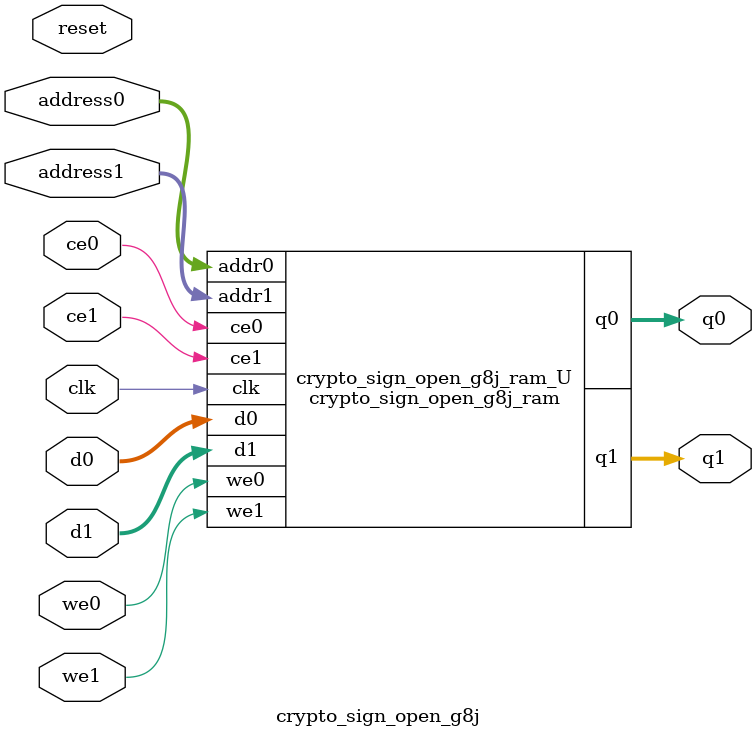
<source format=v>

`timescale 1 ns / 1 ps
module crypto_sign_open_g8j_ram (addr0, ce0, d0, we0, q0, addr1, ce1, d1, we1, q1,  clk);

parameter DWIDTH = 64;
parameter AWIDTH = 5;
parameter MEM_SIZE = 25;

input[AWIDTH-1:0] addr0;
input ce0;
input[DWIDTH-1:0] d0;
input we0;
output reg[DWIDTH-1:0] q0;
input[AWIDTH-1:0] addr1;
input ce1;
input[DWIDTH-1:0] d1;
input we1;
output reg[DWIDTH-1:0] q1;
input clk;

(* ram_style = "block" *)reg [DWIDTH-1:0] ram[0:MEM_SIZE-1];




always @(posedge clk)  
begin 
    if (ce0) 
    begin
        if (we0) 
        begin 
            ram[addr0] <= d0; 
            q0 <= d0;
        end 
        else 
            q0 <= ram[addr0];
    end
end


always @(posedge clk)  
begin 
    if (ce1) 
    begin
        if (we1) 
        begin 
            ram[addr1] <= d1; 
            q1 <= d1;
        end 
        else 
            q1 <= ram[addr1];
    end
end


endmodule


`timescale 1 ns / 1 ps
module crypto_sign_open_g8j(
    reset,
    clk,
    address0,
    ce0,
    we0,
    d0,
    q0,
    address1,
    ce1,
    we1,
    d1,
    q1);

parameter DataWidth = 32'd64;
parameter AddressRange = 32'd25;
parameter AddressWidth = 32'd5;
input reset;
input clk;
input[AddressWidth - 1:0] address0;
input ce0;
input we0;
input[DataWidth - 1:0] d0;
output[DataWidth - 1:0] q0;
input[AddressWidth - 1:0] address1;
input ce1;
input we1;
input[DataWidth - 1:0] d1;
output[DataWidth - 1:0] q1;



crypto_sign_open_g8j_ram crypto_sign_open_g8j_ram_U(
    .clk( clk ),
    .addr0( address0 ),
    .ce0( ce0 ),
    .we0( we0 ),
    .d0( d0 ),
    .q0( q0 ),
    .addr1( address1 ),
    .ce1( ce1 ),
    .we1( we1 ),
    .d1( d1 ),
    .q1( q1 ));

endmodule


</source>
